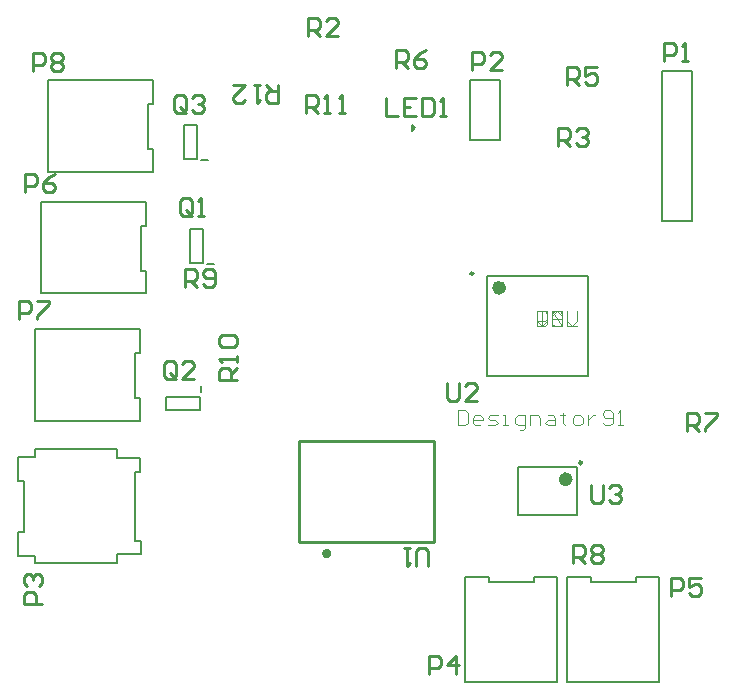
<source format=gto>
G04*
G04 #@! TF.GenerationSoftware,Altium Limited,Altium Designer,19.1.5 (86)*
G04*
G04 Layer_Color=65535*
%FSLAX25Y25*%
%MOIN*%
G70*
G01*
G75*
%ADD10C,0.02362*%
%ADD11C,0.00984*%
%ADD12C,0.03000*%
%ADD13C,0.00787*%
%ADD14C,0.00500*%
%ADD15C,0.01000*%
%ADD16C,0.00300*%
D10*
X394886Y310795D02*
G03*
X394886Y310795I-1181J0D01*
G01*
X417087Y246937D02*
G03*
X417087Y246937I-1181J0D01*
G01*
D11*
X385142Y315520D02*
G03*
X385142Y315520I-492J0D01*
G01*
X421339Y252449D02*
G03*
X421339Y252449I-492J0D01*
G01*
X326862Y226126D02*
X372138D01*
X326862D02*
Y259591D01*
X372138Y226126D02*
Y259591D01*
X326862D02*
X372138D01*
D12*
X336271Y222008D02*
G03*
X336300Y222300I-1458J292D01*
G01*
D13*
X389768Y281268D02*
X423232D01*
X389768Y314732D02*
X423232D01*
Y281268D02*
Y314732D01*
X389768Y281268D02*
Y314732D01*
X293968Y270157D02*
Y274488D01*
X282551Y270157D02*
X293968D01*
X282551D02*
Y274488D01*
X293968D01*
X294205Y275866D02*
Y278130D01*
X400157Y235126D02*
Y250874D01*
X419843Y235126D02*
Y250874D01*
X400157Y235126D02*
X419843D01*
X400157Y250874D02*
X419843D01*
X448000Y333000D02*
X458000D01*
X448000D02*
Y383000D01*
X458000Y333000D02*
Y383000D01*
X448000D02*
X458000D01*
X296366Y318815D02*
X298630D01*
X294988Y319051D02*
Y330468D01*
X290657D02*
X294988D01*
X290657Y319051D02*
Y330468D01*
Y319051D02*
X294988D01*
X294366Y353315D02*
X296630D01*
X292988Y353551D02*
Y364968D01*
X288657D02*
X292988D01*
X288657Y353551D02*
Y364968D01*
Y353551D02*
X292988D01*
X384000Y360000D02*
X394000D01*
X384000D02*
Y380000D01*
X394000D01*
Y360000D02*
Y380000D01*
D14*
X382500Y179500D02*
Y207083D01*
Y214500D01*
X413000Y179500D02*
Y206709D01*
X382500Y179500D02*
X413000D01*
X382500Y214500D02*
X390500D01*
Y212709D02*
Y214500D01*
Y212709D02*
X395673D01*
X400201D01*
X405500D01*
Y214500D01*
X413000D01*
Y206709D02*
Y214500D01*
X416500Y179500D02*
Y207083D01*
Y214500D01*
X447000Y179500D02*
Y206709D01*
X416500Y179500D02*
X447000D01*
X416500Y214500D02*
X424500D01*
Y212709D02*
Y214500D01*
Y212709D02*
X429673D01*
X434201D01*
X439500D01*
Y214500D01*
X447000D01*
Y206709D02*
Y214500D01*
X233500Y246500D02*
Y254500D01*
Y221500D02*
Y229500D01*
X235500D02*
Y246500D01*
X233500D02*
X235500D01*
X233500Y229500D02*
X235500D01*
X239000Y219000D02*
Y221500D01*
Y254500D02*
Y257000D01*
X233500Y254500D02*
X239000D01*
X233500Y221500D02*
X239000D01*
X266500Y219000D02*
Y222000D01*
X239000Y219000D02*
X266500D01*
X239000Y257000D02*
X266500D01*
Y254000D02*
Y257000D01*
Y222000D02*
X274500D01*
Y226500D01*
X272209D02*
X274500D01*
X272209Y249500D02*
X274000D01*
Y254000D01*
X266500D02*
X274000D01*
X272209Y226500D02*
Y235862D01*
Y240390D01*
Y249500D01*
X364760Y363016D02*
X365744Y364000D01*
X364760Y363016D02*
Y364984D01*
X365744Y364000D01*
X266209Y266500D02*
X274000D01*
Y274000D01*
X272209D02*
X274000D01*
X272209D02*
Y279299D01*
Y283827D01*
Y289000D01*
X274000D01*
Y297000D01*
X239000Y266500D02*
Y297000D01*
Y266500D02*
X266209D01*
X266583Y297000D02*
X274000D01*
X239000D02*
X266583D01*
X268209Y308874D02*
X276000D01*
Y316374D01*
X274209D02*
X276000D01*
X274209D02*
Y321673D01*
Y326201D01*
Y331374D01*
X276000D01*
Y339374D01*
X241000Y308874D02*
Y339374D01*
Y308874D02*
X268209D01*
X268583Y339374D02*
X276000D01*
X241000D02*
X268583D01*
X270709Y349374D02*
X278500D01*
Y356874D01*
X276709D02*
X278500D01*
X276709D02*
Y362173D01*
Y366701D01*
Y371874D01*
X278500D01*
Y379874D01*
X243500Y349374D02*
Y379874D01*
Y349374D02*
X270709D01*
X271083Y379874D02*
X278500D01*
X243500D02*
X271083D01*
D15*
X376500Y278998D02*
Y274000D01*
X377500Y273000D01*
X379499D01*
X380499Y274000D01*
Y278998D01*
X386497Y273000D02*
X382498D01*
X386497Y276999D01*
Y277998D01*
X385497Y278998D01*
X383498D01*
X382498Y277998D01*
X289321Y370036D02*
Y374035D01*
X288322Y375034D01*
X286322D01*
X285323Y374035D01*
Y370036D01*
X286322Y369036D01*
X288322D01*
X287322Y371036D02*
X289321Y369036D01*
X288322D02*
X289321Y370036D01*
X291321Y374035D02*
X292320Y375034D01*
X294320D01*
X295320Y374035D01*
Y373035D01*
X294320Y372035D01*
X293320D01*
X294320D01*
X295320Y371036D01*
Y370036D01*
X294320Y369036D01*
X292320D01*
X291321Y370036D01*
X285999Y281500D02*
Y285498D01*
X284999Y286498D01*
X283000D01*
X282000Y285498D01*
Y281500D01*
X283000Y280500D01*
X284999D01*
X283999Y282499D02*
X285999Y280500D01*
X284999D02*
X285999Y281500D01*
X291997Y280500D02*
X287998D01*
X291997Y284499D01*
Y285498D01*
X290997Y286498D01*
X288998D01*
X287998Y285498D01*
X291321Y335536D02*
Y339535D01*
X290322Y340534D01*
X288322D01*
X287323Y339535D01*
Y335536D01*
X288322Y334536D01*
X290322D01*
X289322Y336536D02*
X291321Y334536D01*
X290322D02*
X291321Y335536D01*
X293321Y334536D02*
X295320D01*
X294321D01*
Y340534D01*
X293321Y339535D01*
X424500Y244998D02*
Y240000D01*
X425500Y239000D01*
X427499D01*
X428499Y240000D01*
Y244998D01*
X430498Y243998D02*
X431498Y244998D01*
X433497D01*
X434497Y243998D01*
Y242999D01*
X433497Y241999D01*
X432497D01*
X433497D01*
X434497Y240999D01*
Y240000D01*
X433497Y239000D01*
X431498D01*
X430498Y240000D01*
X370000Y218002D02*
Y223000D01*
X369000Y224000D01*
X367001D01*
X366001Y223000D01*
Y218002D01*
X364002Y224000D02*
X362003D01*
X363002D01*
Y218002D01*
X364002Y219002D01*
X320000Y378500D02*
Y372502D01*
X317001D01*
X316001Y373502D01*
Y375501D01*
X317001Y376501D01*
X320000D01*
X318001D02*
X316001Y378500D01*
X314002D02*
X312003D01*
X313002D01*
Y372502D01*
X314002Y373502D01*
X305005Y378500D02*
X309004D01*
X305005Y374501D01*
Y373502D01*
X306005Y372502D01*
X308004D01*
X309004Y373502D01*
X329500Y369000D02*
Y374998D01*
X332499D01*
X333499Y373998D01*
Y371999D01*
X332499Y370999D01*
X329500D01*
X331499D02*
X333499Y369000D01*
X335498D02*
X337497D01*
X336498D01*
Y374998D01*
X335498Y373998D01*
X340496Y369000D02*
X342496D01*
X341496D01*
Y374998D01*
X340496Y373998D01*
X306500Y280000D02*
X300502D01*
Y282999D01*
X301502Y283999D01*
X303501D01*
X304501Y282999D01*
Y280000D01*
Y281999D02*
X306500Y283999D01*
Y285998D02*
Y287997D01*
Y286998D01*
X300502D01*
X301502Y285998D01*
Y290996D02*
X300502Y291996D01*
Y293995D01*
X301502Y294995D01*
X305500D01*
X306500Y293995D01*
Y291996D01*
X305500Y290996D01*
X301502D01*
X289000Y311000D02*
Y316998D01*
X291999D01*
X292999Y315998D01*
Y313999D01*
X291999Y312999D01*
X289000D01*
X290999D02*
X292999Y311000D01*
X294998Y312000D02*
X295998Y311000D01*
X297997D01*
X298997Y312000D01*
Y315998D01*
X297997Y316998D01*
X295998D01*
X294998Y315998D01*
Y314999D01*
X295998Y313999D01*
X298997D01*
X418500Y219000D02*
Y224998D01*
X421499D01*
X422499Y223998D01*
Y221999D01*
X421499Y220999D01*
X418500D01*
X420499D02*
X422499Y219000D01*
X424498Y223998D02*
X425498Y224998D01*
X427497D01*
X428497Y223998D01*
Y222999D01*
X427497Y221999D01*
X428497Y220999D01*
Y220000D01*
X427497Y219000D01*
X425498D01*
X424498Y220000D01*
Y220999D01*
X425498Y221999D01*
X424498Y222999D01*
Y223998D01*
X425498Y221999D02*
X427497D01*
X456500Y263000D02*
Y268998D01*
X459499D01*
X460499Y267998D01*
Y265999D01*
X459499Y264999D01*
X456500D01*
X458499D02*
X460499Y263000D01*
X462498Y268998D02*
X466497D01*
Y267998D01*
X462498Y264000D01*
Y263000D01*
X359400Y384100D02*
Y390098D01*
X362399D01*
X363399Y389098D01*
Y387099D01*
X362399Y386099D01*
X359400D01*
X361399D02*
X363399Y384100D01*
X369397Y390098D02*
X367397Y389098D01*
X365398Y387099D01*
Y385100D01*
X366398Y384100D01*
X368397D01*
X369397Y385100D01*
Y386099D01*
X368397Y387099D01*
X365398D01*
X416350Y378500D02*
Y384498D01*
X419349D01*
X420349Y383498D01*
Y381499D01*
X419349Y380499D01*
X416350D01*
X418350D02*
X420349Y378500D01*
X426347Y384498D02*
X422348D01*
Y381499D01*
X424348Y382499D01*
X425348D01*
X426347Y381499D01*
Y379500D01*
X425348Y378500D01*
X423348D01*
X422348Y379500D01*
X413500Y358000D02*
Y363998D01*
X416499D01*
X417499Y362998D01*
Y360999D01*
X416499Y359999D01*
X413500D01*
X415499D02*
X417499Y358000D01*
X419498Y362998D02*
X420498Y363998D01*
X422497D01*
X423497Y362998D01*
Y361999D01*
X422497Y360999D01*
X421497D01*
X422497D01*
X423497Y359999D01*
Y359000D01*
X422497Y358000D01*
X420498D01*
X419498Y359000D01*
X329900Y394700D02*
Y400698D01*
X332899D01*
X333899Y399698D01*
Y397699D01*
X332899Y396699D01*
X329900D01*
X331899D02*
X333899Y394700D01*
X339897D02*
X335898D01*
X339897Y398699D01*
Y399698D01*
X338897Y400698D01*
X336898D01*
X335898Y399698D01*
X238200Y383100D02*
Y389098D01*
X241199D01*
X242199Y388098D01*
Y386099D01*
X241199Y385099D01*
X238200D01*
X244198Y388098D02*
X245198Y389098D01*
X247197D01*
X248197Y388098D01*
Y387099D01*
X247197Y386099D01*
X248197Y385099D01*
Y384100D01*
X247197Y383100D01*
X245198D01*
X244198Y384100D01*
Y385099D01*
X245198Y386099D01*
X244198Y387099D01*
Y388098D01*
X245198Y386099D02*
X247197D01*
X233700Y300226D02*
Y306224D01*
X236699D01*
X237699Y305224D01*
Y303225D01*
X236699Y302225D01*
X233700D01*
X239698Y306224D02*
X243697D01*
Y305224D01*
X239698Y301226D01*
Y300226D01*
X235700Y342626D02*
Y348624D01*
X238699D01*
X239699Y347624D01*
Y345625D01*
X238699Y344625D01*
X235700D01*
X245697Y348624D02*
X243697Y347624D01*
X241698Y345625D01*
Y343626D01*
X242698Y342626D01*
X244697D01*
X245697Y343626D01*
Y344625D01*
X244697Y345625D01*
X241698D01*
X451000Y208000D02*
Y213998D01*
X453999D01*
X454999Y212998D01*
Y210999D01*
X453999Y209999D01*
X451000D01*
X460997Y213998D02*
X456998D01*
Y210999D01*
X458997Y211999D01*
X459997D01*
X460997Y210999D01*
Y209000D01*
X459997Y208000D01*
X457998D01*
X456998Y209000D01*
X370500Y182000D02*
Y187998D01*
X373499D01*
X374499Y186998D01*
Y184999D01*
X373499Y183999D01*
X370500D01*
X379497Y182000D02*
Y187998D01*
X376498Y184999D01*
X380497D01*
X356000Y373998D02*
Y368000D01*
X359999D01*
X365997Y373998D02*
X361998D01*
Y368000D01*
X365997D01*
X361998Y370999D02*
X363997D01*
X367996Y373998D02*
Y368000D01*
X370995D01*
X371995Y369000D01*
Y372998D01*
X370995Y373998D01*
X367996D01*
X373994Y368000D02*
X375993D01*
X374994D01*
Y373998D01*
X373994Y372998D01*
X241500Y205252D02*
X235502D01*
Y208251D01*
X236502Y209251D01*
X238501D01*
X239501Y208251D01*
Y205252D01*
X236502Y211250D02*
X235502Y212250D01*
Y214249D01*
X236502Y215249D01*
X237501D01*
X238501Y214249D01*
Y213249D01*
Y214249D01*
X239501Y215249D01*
X240500D01*
X241500Y214249D01*
Y212250D01*
X240500Y211250D01*
X384600Y383400D02*
Y389398D01*
X387599D01*
X388599Y388398D01*
Y386399D01*
X387599Y385399D01*
X384600D01*
X394597Y383400D02*
X390598D01*
X394597Y387399D01*
Y388398D01*
X393597Y389398D01*
X391598D01*
X390598Y388398D01*
X448600Y386400D02*
Y392398D01*
X451599D01*
X452599Y391398D01*
Y389399D01*
X451599Y388399D01*
X448600D01*
X454598Y386400D02*
X456597D01*
X455598D01*
Y392398D01*
X454598Y391398D01*
D16*
X380000Y269998D02*
Y265000D01*
X382499D01*
X383332Y265833D01*
Y269165D01*
X382499Y269998D01*
X380000D01*
X387498Y265000D02*
X385831D01*
X384998Y265833D01*
Y267499D01*
X385831Y268332D01*
X387498D01*
X388331Y267499D01*
Y266666D01*
X384998D01*
X389997Y265000D02*
X392496D01*
X393329Y265833D01*
X392496Y266666D01*
X390830D01*
X389997Y267499D01*
X390830Y268332D01*
X393329D01*
X394995Y265000D02*
X396661D01*
X395828D01*
Y268332D01*
X394995D01*
X400827Y263334D02*
X401660D01*
X402493Y264167D01*
Y268332D01*
X399993D01*
X399161Y267499D01*
Y265833D01*
X399993Y265000D01*
X402493D01*
X404159D02*
Y268332D01*
X406658D01*
X407491Y267499D01*
Y265000D01*
X409990Y268332D02*
X411656D01*
X412490Y267499D01*
Y265000D01*
X409990D01*
X409157Y265833D01*
X409990Y266666D01*
X412490D01*
X414989Y269165D02*
Y268332D01*
X414156D01*
X415822D01*
X414989D01*
Y265833D01*
X415822Y265000D01*
X419154D02*
X420820D01*
X421653Y265833D01*
Y267499D01*
X420820Y268332D01*
X419154D01*
X418321Y267499D01*
Y265833D01*
X419154Y265000D01*
X423319Y268332D02*
Y265000D01*
Y266666D01*
X424152Y267499D01*
X424985Y268332D01*
X425818D01*
X428318Y265833D02*
X429151Y265000D01*
X430817D01*
X431650Y265833D01*
Y269165D01*
X430817Y269998D01*
X429151D01*
X428318Y269165D01*
Y268332D01*
X429151Y267499D01*
X431650D01*
X433316Y265000D02*
X434982D01*
X434149D01*
Y269998D01*
X433316Y269165D01*
X406500Y302998D02*
X409832D01*
X408166D01*
Y298000D01*
X413998Y302998D02*
X412331D01*
X411498Y302165D01*
Y298833D01*
X412331Y298000D01*
X413998D01*
X414831Y298833D01*
Y302165D01*
X413998Y302998D01*
X416497D02*
Y298000D01*
X419829D01*
X406500Y302998D02*
Y299666D01*
X408166Y298000D01*
X409832Y299666D01*
Y302998D01*
X411498Y298000D02*
Y301332D01*
X413165Y302998D01*
X414831Y301332D01*
Y298000D01*
Y300499D01*
X411498D01*
X416497Y302998D02*
Y298000D01*
X419829D01*
X406500D02*
Y302998D01*
X408999D01*
X409832Y302165D01*
Y300499D01*
X408999Y299666D01*
X406500D01*
X411498Y298000D02*
Y302998D01*
X414831Y298000D01*
Y302998D01*
X406500D02*
Y298000D01*
X408999D01*
X409832Y298833D01*
Y302165D01*
X408999Y302998D01*
X406500D01*
X414831D02*
X411498D01*
Y298000D01*
X414831D01*
X411498Y300499D02*
X413165D01*
X416497Y302998D02*
Y299666D01*
X418163Y298000D01*
X419829Y299666D01*
Y302998D01*
M02*

</source>
